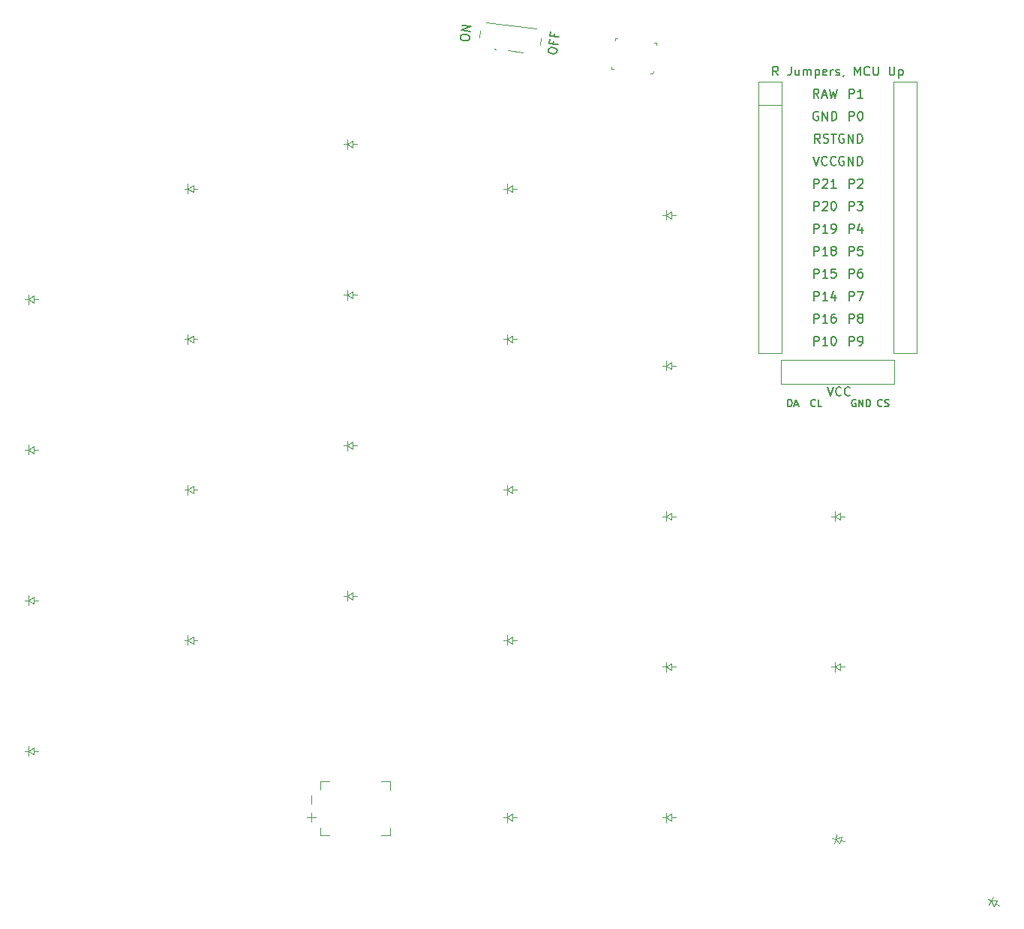
<source format=gbr>
%TF.GenerationSoftware,KiCad,Pcbnew,8.0.4*%
%TF.CreationDate,2024-09-01T12:28:14-05:00*%
%TF.ProjectId,sweeppp,73776565-7070-4702-9e6b-696361645f70,v1.0.0*%
%TF.SameCoordinates,Original*%
%TF.FileFunction,Legend,Top*%
%TF.FilePolarity,Positive*%
%FSLAX46Y46*%
G04 Gerber Fmt 4.6, Leading zero omitted, Abs format (unit mm)*
G04 Created by KiCad (PCBNEW 8.0.4) date 2024-09-01 12:28:14*
%MOMM*%
%LPD*%
G01*
G04 APERTURE LIST*
%ADD10C,0.150000*%
%ADD11C,0.100000*%
%ADD12C,0.120000*%
G04 APERTURE END LIST*
D10*
X186453447Y-28105393D02*
X186120114Y-27629202D01*
X185882019Y-28105393D02*
X185882019Y-27105393D01*
X185882019Y-27105393D02*
X186262971Y-27105393D01*
X186262971Y-27105393D02*
X186358209Y-27153012D01*
X186358209Y-27153012D02*
X186405828Y-27200631D01*
X186405828Y-27200631D02*
X186453447Y-27295869D01*
X186453447Y-27295869D02*
X186453447Y-27438726D01*
X186453447Y-27438726D02*
X186405828Y-27533964D01*
X186405828Y-27533964D02*
X186358209Y-27581583D01*
X186358209Y-27581583D02*
X186262971Y-27629202D01*
X186262971Y-27629202D02*
X185882019Y-27629202D01*
X186834400Y-27819678D02*
X187310590Y-27819678D01*
X186739162Y-28105393D02*
X187072495Y-27105393D01*
X187072495Y-27105393D02*
X187405828Y-28105393D01*
X187643924Y-27105393D02*
X187882019Y-28105393D01*
X187882019Y-28105393D02*
X188072495Y-27391107D01*
X188072495Y-27391107D02*
X188262971Y-28105393D01*
X188262971Y-28105393D02*
X188501067Y-27105393D01*
X189895830Y-28105393D02*
X189895830Y-27105393D01*
X189895830Y-27105393D02*
X190276782Y-27105393D01*
X190276782Y-27105393D02*
X190372020Y-27153012D01*
X190372020Y-27153012D02*
X190419639Y-27200631D01*
X190419639Y-27200631D02*
X190467258Y-27295869D01*
X190467258Y-27295869D02*
X190467258Y-27438726D01*
X190467258Y-27438726D02*
X190419639Y-27533964D01*
X190419639Y-27533964D02*
X190372020Y-27581583D01*
X190372020Y-27581583D02*
X190276782Y-27629202D01*
X190276782Y-27629202D02*
X189895830Y-27629202D01*
X191419639Y-28105393D02*
X190848211Y-28105393D01*
X191133925Y-28105393D02*
X191133925Y-27105393D01*
X191133925Y-27105393D02*
X191038687Y-27248250D01*
X191038687Y-27248250D02*
X190943449Y-27343488D01*
X190943449Y-27343488D02*
X190848211Y-27391107D01*
X186382020Y-29693012D02*
X186286782Y-29645393D01*
X186286782Y-29645393D02*
X186143925Y-29645393D01*
X186143925Y-29645393D02*
X186001068Y-29693012D01*
X186001068Y-29693012D02*
X185905830Y-29788250D01*
X185905830Y-29788250D02*
X185858211Y-29883488D01*
X185858211Y-29883488D02*
X185810592Y-30073964D01*
X185810592Y-30073964D02*
X185810592Y-30216821D01*
X185810592Y-30216821D02*
X185858211Y-30407297D01*
X185858211Y-30407297D02*
X185905830Y-30502535D01*
X185905830Y-30502535D02*
X186001068Y-30597774D01*
X186001068Y-30597774D02*
X186143925Y-30645393D01*
X186143925Y-30645393D02*
X186239163Y-30645393D01*
X186239163Y-30645393D02*
X186382020Y-30597774D01*
X186382020Y-30597774D02*
X186429639Y-30550154D01*
X186429639Y-30550154D02*
X186429639Y-30216821D01*
X186429639Y-30216821D02*
X186239163Y-30216821D01*
X186858211Y-30645393D02*
X186858211Y-29645393D01*
X186858211Y-29645393D02*
X187429639Y-30645393D01*
X187429639Y-30645393D02*
X187429639Y-29645393D01*
X187905830Y-30645393D02*
X187905830Y-29645393D01*
X187905830Y-29645393D02*
X188143925Y-29645393D01*
X188143925Y-29645393D02*
X188286782Y-29693012D01*
X188286782Y-29693012D02*
X188382020Y-29788250D01*
X188382020Y-29788250D02*
X188429639Y-29883488D01*
X188429639Y-29883488D02*
X188477258Y-30073964D01*
X188477258Y-30073964D02*
X188477258Y-30216821D01*
X188477258Y-30216821D02*
X188429639Y-30407297D01*
X188429639Y-30407297D02*
X188382020Y-30502535D01*
X188382020Y-30502535D02*
X188286782Y-30597774D01*
X188286782Y-30597774D02*
X188143925Y-30645393D01*
X188143925Y-30645393D02*
X187905830Y-30645393D01*
X189895829Y-30645394D02*
X189895829Y-29645394D01*
X189895829Y-29645394D02*
X190276781Y-29645394D01*
X190276781Y-29645394D02*
X190372019Y-29693013D01*
X190372019Y-29693013D02*
X190419638Y-29740632D01*
X190419638Y-29740632D02*
X190467257Y-29835870D01*
X190467257Y-29835870D02*
X190467257Y-29978727D01*
X190467257Y-29978727D02*
X190419638Y-30073965D01*
X190419638Y-30073965D02*
X190372019Y-30121584D01*
X190372019Y-30121584D02*
X190276781Y-30169203D01*
X190276781Y-30169203D02*
X189895829Y-30169203D01*
X191086305Y-29645394D02*
X191181543Y-29645394D01*
X191181543Y-29645394D02*
X191276781Y-29693013D01*
X191276781Y-29693013D02*
X191324400Y-29740632D01*
X191324400Y-29740632D02*
X191372019Y-29835870D01*
X191372019Y-29835870D02*
X191419638Y-30026346D01*
X191419638Y-30026346D02*
X191419638Y-30264441D01*
X191419638Y-30264441D02*
X191372019Y-30454917D01*
X191372019Y-30454917D02*
X191324400Y-30550155D01*
X191324400Y-30550155D02*
X191276781Y-30597775D01*
X191276781Y-30597775D02*
X191181543Y-30645394D01*
X191181543Y-30645394D02*
X191086305Y-30645394D01*
X191086305Y-30645394D02*
X190991067Y-30597775D01*
X190991067Y-30597775D02*
X190943448Y-30550155D01*
X190943448Y-30550155D02*
X190895829Y-30454917D01*
X190895829Y-30454917D02*
X190848210Y-30264441D01*
X190848210Y-30264441D02*
X190848210Y-30026346D01*
X190848210Y-30026346D02*
X190895829Y-29835870D01*
X190895829Y-29835870D02*
X190943448Y-29740632D01*
X190943448Y-29740632D02*
X190991067Y-29693013D01*
X190991067Y-29693013D02*
X191086305Y-29645394D01*
X186596305Y-33185393D02*
X186262972Y-32709202D01*
X186024877Y-33185393D02*
X186024877Y-32185393D01*
X186024877Y-32185393D02*
X186405829Y-32185393D01*
X186405829Y-32185393D02*
X186501067Y-32233012D01*
X186501067Y-32233012D02*
X186548686Y-32280631D01*
X186548686Y-32280631D02*
X186596305Y-32375869D01*
X186596305Y-32375869D02*
X186596305Y-32518726D01*
X186596305Y-32518726D02*
X186548686Y-32613964D01*
X186548686Y-32613964D02*
X186501067Y-32661583D01*
X186501067Y-32661583D02*
X186405829Y-32709202D01*
X186405829Y-32709202D02*
X186024877Y-32709202D01*
X186977258Y-33137774D02*
X187120115Y-33185393D01*
X187120115Y-33185393D02*
X187358210Y-33185393D01*
X187358210Y-33185393D02*
X187453448Y-33137774D01*
X187453448Y-33137774D02*
X187501067Y-33090154D01*
X187501067Y-33090154D02*
X187548686Y-32994916D01*
X187548686Y-32994916D02*
X187548686Y-32899678D01*
X187548686Y-32899678D02*
X187501067Y-32804440D01*
X187501067Y-32804440D02*
X187453448Y-32756821D01*
X187453448Y-32756821D02*
X187358210Y-32709202D01*
X187358210Y-32709202D02*
X187167734Y-32661583D01*
X187167734Y-32661583D02*
X187072496Y-32613964D01*
X187072496Y-32613964D02*
X187024877Y-32566345D01*
X187024877Y-32566345D02*
X186977258Y-32471107D01*
X186977258Y-32471107D02*
X186977258Y-32375869D01*
X186977258Y-32375869D02*
X187024877Y-32280631D01*
X187024877Y-32280631D02*
X187072496Y-32233012D01*
X187072496Y-32233012D02*
X187167734Y-32185393D01*
X187167734Y-32185393D02*
X187405829Y-32185393D01*
X187405829Y-32185393D02*
X187548686Y-32233012D01*
X187834401Y-32185393D02*
X188405829Y-32185393D01*
X188120115Y-33185393D02*
X188120115Y-32185393D01*
X189282020Y-32233012D02*
X189186782Y-32185393D01*
X189186782Y-32185393D02*
X189043925Y-32185393D01*
X189043925Y-32185393D02*
X188901068Y-32233012D01*
X188901068Y-32233012D02*
X188805830Y-32328250D01*
X188805830Y-32328250D02*
X188758211Y-32423488D01*
X188758211Y-32423488D02*
X188710592Y-32613964D01*
X188710592Y-32613964D02*
X188710592Y-32756821D01*
X188710592Y-32756821D02*
X188758211Y-32947297D01*
X188758211Y-32947297D02*
X188805830Y-33042535D01*
X188805830Y-33042535D02*
X188901068Y-33137774D01*
X188901068Y-33137774D02*
X189043925Y-33185393D01*
X189043925Y-33185393D02*
X189139163Y-33185393D01*
X189139163Y-33185393D02*
X189282020Y-33137774D01*
X189282020Y-33137774D02*
X189329639Y-33090154D01*
X189329639Y-33090154D02*
X189329639Y-32756821D01*
X189329639Y-32756821D02*
X189139163Y-32756821D01*
X189758211Y-33185393D02*
X189758211Y-32185393D01*
X189758211Y-32185393D02*
X190329639Y-33185393D01*
X190329639Y-33185393D02*
X190329639Y-32185393D01*
X190805830Y-33185393D02*
X190805830Y-32185393D01*
X190805830Y-32185393D02*
X191043925Y-32185393D01*
X191043925Y-32185393D02*
X191186782Y-32233012D01*
X191186782Y-32233012D02*
X191282020Y-32328250D01*
X191282020Y-32328250D02*
X191329639Y-32423488D01*
X191329639Y-32423488D02*
X191377258Y-32613964D01*
X191377258Y-32613964D02*
X191377258Y-32756821D01*
X191377258Y-32756821D02*
X191329639Y-32947297D01*
X191329639Y-32947297D02*
X191282020Y-33042535D01*
X191282020Y-33042535D02*
X191186782Y-33137774D01*
X191186782Y-33137774D02*
X191043925Y-33185393D01*
X191043925Y-33185393D02*
X190805830Y-33185393D01*
X185810593Y-34725391D02*
X186143926Y-35725391D01*
X186143926Y-35725391D02*
X186477259Y-34725391D01*
X187382021Y-35630152D02*
X187334402Y-35677772D01*
X187334402Y-35677772D02*
X187191545Y-35725391D01*
X187191545Y-35725391D02*
X187096307Y-35725391D01*
X187096307Y-35725391D02*
X186953450Y-35677772D01*
X186953450Y-35677772D02*
X186858212Y-35582533D01*
X186858212Y-35582533D02*
X186810593Y-35487295D01*
X186810593Y-35487295D02*
X186762974Y-35296819D01*
X186762974Y-35296819D02*
X186762974Y-35153962D01*
X186762974Y-35153962D02*
X186810593Y-34963486D01*
X186810593Y-34963486D02*
X186858212Y-34868248D01*
X186858212Y-34868248D02*
X186953450Y-34773010D01*
X186953450Y-34773010D02*
X187096307Y-34725391D01*
X187096307Y-34725391D02*
X187191545Y-34725391D01*
X187191545Y-34725391D02*
X187334402Y-34773010D01*
X187334402Y-34773010D02*
X187382021Y-34820629D01*
X188382021Y-35630152D02*
X188334402Y-35677772D01*
X188334402Y-35677772D02*
X188191545Y-35725391D01*
X188191545Y-35725391D02*
X188096307Y-35725391D01*
X188096307Y-35725391D02*
X187953450Y-35677772D01*
X187953450Y-35677772D02*
X187858212Y-35582533D01*
X187858212Y-35582533D02*
X187810593Y-35487295D01*
X187810593Y-35487295D02*
X187762974Y-35296819D01*
X187762974Y-35296819D02*
X187762974Y-35153962D01*
X187762974Y-35153962D02*
X187810593Y-34963486D01*
X187810593Y-34963486D02*
X187858212Y-34868248D01*
X187858212Y-34868248D02*
X187953450Y-34773010D01*
X187953450Y-34773010D02*
X188096307Y-34725391D01*
X188096307Y-34725391D02*
X188191545Y-34725391D01*
X188191545Y-34725391D02*
X188334402Y-34773010D01*
X188334402Y-34773010D02*
X188382021Y-34820629D01*
X189282020Y-34773012D02*
X189186782Y-34725393D01*
X189186782Y-34725393D02*
X189043925Y-34725393D01*
X189043925Y-34725393D02*
X188901068Y-34773012D01*
X188901068Y-34773012D02*
X188805830Y-34868250D01*
X188805830Y-34868250D02*
X188758211Y-34963488D01*
X188758211Y-34963488D02*
X188710592Y-35153964D01*
X188710592Y-35153964D02*
X188710592Y-35296821D01*
X188710592Y-35296821D02*
X188758211Y-35487297D01*
X188758211Y-35487297D02*
X188805830Y-35582535D01*
X188805830Y-35582535D02*
X188901068Y-35677774D01*
X188901068Y-35677774D02*
X189043925Y-35725393D01*
X189043925Y-35725393D02*
X189139163Y-35725393D01*
X189139163Y-35725393D02*
X189282020Y-35677774D01*
X189282020Y-35677774D02*
X189329639Y-35630154D01*
X189329639Y-35630154D02*
X189329639Y-35296821D01*
X189329639Y-35296821D02*
X189139163Y-35296821D01*
X189758211Y-35725393D02*
X189758211Y-34725393D01*
X189758211Y-34725393D02*
X190329639Y-35725393D01*
X190329639Y-35725393D02*
X190329639Y-34725393D01*
X190805830Y-35725393D02*
X190805830Y-34725393D01*
X190805830Y-34725393D02*
X191043925Y-34725393D01*
X191043925Y-34725393D02*
X191186782Y-34773012D01*
X191186782Y-34773012D02*
X191282020Y-34868250D01*
X191282020Y-34868250D02*
X191329639Y-34963488D01*
X191329639Y-34963488D02*
X191377258Y-35153964D01*
X191377258Y-35153964D02*
X191377258Y-35296821D01*
X191377258Y-35296821D02*
X191329639Y-35487297D01*
X191329639Y-35487297D02*
X191282020Y-35582535D01*
X191282020Y-35582535D02*
X191186782Y-35677774D01*
X191186782Y-35677774D02*
X191043925Y-35725393D01*
X191043925Y-35725393D02*
X190805830Y-35725393D01*
X185929639Y-38265393D02*
X185929639Y-37265393D01*
X185929639Y-37265393D02*
X186310591Y-37265393D01*
X186310591Y-37265393D02*
X186405829Y-37313012D01*
X186405829Y-37313012D02*
X186453448Y-37360631D01*
X186453448Y-37360631D02*
X186501067Y-37455869D01*
X186501067Y-37455869D02*
X186501067Y-37598726D01*
X186501067Y-37598726D02*
X186453448Y-37693964D01*
X186453448Y-37693964D02*
X186405829Y-37741583D01*
X186405829Y-37741583D02*
X186310591Y-37789202D01*
X186310591Y-37789202D02*
X185929639Y-37789202D01*
X186882020Y-37360631D02*
X186929639Y-37313012D01*
X186929639Y-37313012D02*
X187024877Y-37265393D01*
X187024877Y-37265393D02*
X187262972Y-37265393D01*
X187262972Y-37265393D02*
X187358210Y-37313012D01*
X187358210Y-37313012D02*
X187405829Y-37360631D01*
X187405829Y-37360631D02*
X187453448Y-37455869D01*
X187453448Y-37455869D02*
X187453448Y-37551107D01*
X187453448Y-37551107D02*
X187405829Y-37693964D01*
X187405829Y-37693964D02*
X186834401Y-38265393D01*
X186834401Y-38265393D02*
X187453448Y-38265393D01*
X188405829Y-38265393D02*
X187834401Y-38265393D01*
X188120115Y-38265393D02*
X188120115Y-37265393D01*
X188120115Y-37265393D02*
X188024877Y-37408250D01*
X188024877Y-37408250D02*
X187929639Y-37503488D01*
X187929639Y-37503488D02*
X187834401Y-37551107D01*
X189895830Y-38265393D02*
X189895830Y-37265393D01*
X189895830Y-37265393D02*
X190276782Y-37265393D01*
X190276782Y-37265393D02*
X190372020Y-37313012D01*
X190372020Y-37313012D02*
X190419639Y-37360631D01*
X190419639Y-37360631D02*
X190467258Y-37455869D01*
X190467258Y-37455869D02*
X190467258Y-37598726D01*
X190467258Y-37598726D02*
X190419639Y-37693964D01*
X190419639Y-37693964D02*
X190372020Y-37741583D01*
X190372020Y-37741583D02*
X190276782Y-37789202D01*
X190276782Y-37789202D02*
X189895830Y-37789202D01*
X190848211Y-37360631D02*
X190895830Y-37313012D01*
X190895830Y-37313012D02*
X190991068Y-37265393D01*
X190991068Y-37265393D02*
X191229163Y-37265393D01*
X191229163Y-37265393D02*
X191324401Y-37313012D01*
X191324401Y-37313012D02*
X191372020Y-37360631D01*
X191372020Y-37360631D02*
X191419639Y-37455869D01*
X191419639Y-37455869D02*
X191419639Y-37551107D01*
X191419639Y-37551107D02*
X191372020Y-37693964D01*
X191372020Y-37693964D02*
X190800592Y-38265393D01*
X190800592Y-38265393D02*
X191419639Y-38265393D01*
X185929639Y-40805393D02*
X185929639Y-39805393D01*
X185929639Y-39805393D02*
X186310591Y-39805393D01*
X186310591Y-39805393D02*
X186405829Y-39853012D01*
X186405829Y-39853012D02*
X186453448Y-39900631D01*
X186453448Y-39900631D02*
X186501067Y-39995869D01*
X186501067Y-39995869D02*
X186501067Y-40138726D01*
X186501067Y-40138726D02*
X186453448Y-40233964D01*
X186453448Y-40233964D02*
X186405829Y-40281583D01*
X186405829Y-40281583D02*
X186310591Y-40329202D01*
X186310591Y-40329202D02*
X185929639Y-40329202D01*
X186882020Y-39900631D02*
X186929639Y-39853012D01*
X186929639Y-39853012D02*
X187024877Y-39805393D01*
X187024877Y-39805393D02*
X187262972Y-39805393D01*
X187262972Y-39805393D02*
X187358210Y-39853012D01*
X187358210Y-39853012D02*
X187405829Y-39900631D01*
X187405829Y-39900631D02*
X187453448Y-39995869D01*
X187453448Y-39995869D02*
X187453448Y-40091107D01*
X187453448Y-40091107D02*
X187405829Y-40233964D01*
X187405829Y-40233964D02*
X186834401Y-40805393D01*
X186834401Y-40805393D02*
X187453448Y-40805393D01*
X188072496Y-39805393D02*
X188167734Y-39805393D01*
X188167734Y-39805393D02*
X188262972Y-39853012D01*
X188262972Y-39853012D02*
X188310591Y-39900631D01*
X188310591Y-39900631D02*
X188358210Y-39995869D01*
X188358210Y-39995869D02*
X188405829Y-40186345D01*
X188405829Y-40186345D02*
X188405829Y-40424440D01*
X188405829Y-40424440D02*
X188358210Y-40614916D01*
X188358210Y-40614916D02*
X188310591Y-40710154D01*
X188310591Y-40710154D02*
X188262972Y-40757774D01*
X188262972Y-40757774D02*
X188167734Y-40805393D01*
X188167734Y-40805393D02*
X188072496Y-40805393D01*
X188072496Y-40805393D02*
X187977258Y-40757774D01*
X187977258Y-40757774D02*
X187929639Y-40710154D01*
X187929639Y-40710154D02*
X187882020Y-40614916D01*
X187882020Y-40614916D02*
X187834401Y-40424440D01*
X187834401Y-40424440D02*
X187834401Y-40186345D01*
X187834401Y-40186345D02*
X187882020Y-39995869D01*
X187882020Y-39995869D02*
X187929639Y-39900631D01*
X187929639Y-39900631D02*
X187977258Y-39853012D01*
X187977258Y-39853012D02*
X188072496Y-39805393D01*
X189895830Y-40805393D02*
X189895830Y-39805393D01*
X189895830Y-39805393D02*
X190276782Y-39805393D01*
X190276782Y-39805393D02*
X190372020Y-39853012D01*
X190372020Y-39853012D02*
X190419639Y-39900631D01*
X190419639Y-39900631D02*
X190467258Y-39995869D01*
X190467258Y-39995869D02*
X190467258Y-40138726D01*
X190467258Y-40138726D02*
X190419639Y-40233964D01*
X190419639Y-40233964D02*
X190372020Y-40281583D01*
X190372020Y-40281583D02*
X190276782Y-40329202D01*
X190276782Y-40329202D02*
X189895830Y-40329202D01*
X190800592Y-39805393D02*
X191419639Y-39805393D01*
X191419639Y-39805393D02*
X191086306Y-40186345D01*
X191086306Y-40186345D02*
X191229163Y-40186345D01*
X191229163Y-40186345D02*
X191324401Y-40233964D01*
X191324401Y-40233964D02*
X191372020Y-40281583D01*
X191372020Y-40281583D02*
X191419639Y-40376821D01*
X191419639Y-40376821D02*
X191419639Y-40614916D01*
X191419639Y-40614916D02*
X191372020Y-40710154D01*
X191372020Y-40710154D02*
X191324401Y-40757774D01*
X191324401Y-40757774D02*
X191229163Y-40805393D01*
X191229163Y-40805393D02*
X190943449Y-40805393D01*
X190943449Y-40805393D02*
X190848211Y-40757774D01*
X190848211Y-40757774D02*
X190800592Y-40710154D01*
X185929639Y-43345393D02*
X185929639Y-42345393D01*
X185929639Y-42345393D02*
X186310591Y-42345393D01*
X186310591Y-42345393D02*
X186405829Y-42393012D01*
X186405829Y-42393012D02*
X186453448Y-42440631D01*
X186453448Y-42440631D02*
X186501067Y-42535869D01*
X186501067Y-42535869D02*
X186501067Y-42678726D01*
X186501067Y-42678726D02*
X186453448Y-42773964D01*
X186453448Y-42773964D02*
X186405829Y-42821583D01*
X186405829Y-42821583D02*
X186310591Y-42869202D01*
X186310591Y-42869202D02*
X185929639Y-42869202D01*
X187453448Y-43345393D02*
X186882020Y-43345393D01*
X187167734Y-43345393D02*
X187167734Y-42345393D01*
X187167734Y-42345393D02*
X187072496Y-42488250D01*
X187072496Y-42488250D02*
X186977258Y-42583488D01*
X186977258Y-42583488D02*
X186882020Y-42631107D01*
X187929639Y-43345393D02*
X188120115Y-43345393D01*
X188120115Y-43345393D02*
X188215353Y-43297774D01*
X188215353Y-43297774D02*
X188262972Y-43250154D01*
X188262972Y-43250154D02*
X188358210Y-43107297D01*
X188358210Y-43107297D02*
X188405829Y-42916821D01*
X188405829Y-42916821D02*
X188405829Y-42535869D01*
X188405829Y-42535869D02*
X188358210Y-42440631D01*
X188358210Y-42440631D02*
X188310591Y-42393012D01*
X188310591Y-42393012D02*
X188215353Y-42345393D01*
X188215353Y-42345393D02*
X188024877Y-42345393D01*
X188024877Y-42345393D02*
X187929639Y-42393012D01*
X187929639Y-42393012D02*
X187882020Y-42440631D01*
X187882020Y-42440631D02*
X187834401Y-42535869D01*
X187834401Y-42535869D02*
X187834401Y-42773964D01*
X187834401Y-42773964D02*
X187882020Y-42869202D01*
X187882020Y-42869202D02*
X187929639Y-42916821D01*
X187929639Y-42916821D02*
X188024877Y-42964440D01*
X188024877Y-42964440D02*
X188215353Y-42964440D01*
X188215353Y-42964440D02*
X188310591Y-42916821D01*
X188310591Y-42916821D02*
X188358210Y-42869202D01*
X188358210Y-42869202D02*
X188405829Y-42773964D01*
X189895830Y-43345393D02*
X189895830Y-42345393D01*
X189895830Y-42345393D02*
X190276782Y-42345393D01*
X190276782Y-42345393D02*
X190372020Y-42393012D01*
X190372020Y-42393012D02*
X190419639Y-42440631D01*
X190419639Y-42440631D02*
X190467258Y-42535869D01*
X190467258Y-42535869D02*
X190467258Y-42678726D01*
X190467258Y-42678726D02*
X190419639Y-42773964D01*
X190419639Y-42773964D02*
X190372020Y-42821583D01*
X190372020Y-42821583D02*
X190276782Y-42869202D01*
X190276782Y-42869202D02*
X189895830Y-42869202D01*
X191324401Y-42678726D02*
X191324401Y-43345393D01*
X191086306Y-42297774D02*
X190848211Y-43012059D01*
X190848211Y-43012059D02*
X191467258Y-43012059D01*
X185929639Y-45885393D02*
X185929639Y-44885393D01*
X185929639Y-44885393D02*
X186310591Y-44885393D01*
X186310591Y-44885393D02*
X186405829Y-44933012D01*
X186405829Y-44933012D02*
X186453448Y-44980631D01*
X186453448Y-44980631D02*
X186501067Y-45075869D01*
X186501067Y-45075869D02*
X186501067Y-45218726D01*
X186501067Y-45218726D02*
X186453448Y-45313964D01*
X186453448Y-45313964D02*
X186405829Y-45361583D01*
X186405829Y-45361583D02*
X186310591Y-45409202D01*
X186310591Y-45409202D02*
X185929639Y-45409202D01*
X187453448Y-45885393D02*
X186882020Y-45885393D01*
X187167734Y-45885393D02*
X187167734Y-44885393D01*
X187167734Y-44885393D02*
X187072496Y-45028250D01*
X187072496Y-45028250D02*
X186977258Y-45123488D01*
X186977258Y-45123488D02*
X186882020Y-45171107D01*
X188024877Y-45313964D02*
X187929639Y-45266345D01*
X187929639Y-45266345D02*
X187882020Y-45218726D01*
X187882020Y-45218726D02*
X187834401Y-45123488D01*
X187834401Y-45123488D02*
X187834401Y-45075869D01*
X187834401Y-45075869D02*
X187882020Y-44980631D01*
X187882020Y-44980631D02*
X187929639Y-44933012D01*
X187929639Y-44933012D02*
X188024877Y-44885393D01*
X188024877Y-44885393D02*
X188215353Y-44885393D01*
X188215353Y-44885393D02*
X188310591Y-44933012D01*
X188310591Y-44933012D02*
X188358210Y-44980631D01*
X188358210Y-44980631D02*
X188405829Y-45075869D01*
X188405829Y-45075869D02*
X188405829Y-45123488D01*
X188405829Y-45123488D02*
X188358210Y-45218726D01*
X188358210Y-45218726D02*
X188310591Y-45266345D01*
X188310591Y-45266345D02*
X188215353Y-45313964D01*
X188215353Y-45313964D02*
X188024877Y-45313964D01*
X188024877Y-45313964D02*
X187929639Y-45361583D01*
X187929639Y-45361583D02*
X187882020Y-45409202D01*
X187882020Y-45409202D02*
X187834401Y-45504440D01*
X187834401Y-45504440D02*
X187834401Y-45694916D01*
X187834401Y-45694916D02*
X187882020Y-45790154D01*
X187882020Y-45790154D02*
X187929639Y-45837774D01*
X187929639Y-45837774D02*
X188024877Y-45885393D01*
X188024877Y-45885393D02*
X188215353Y-45885393D01*
X188215353Y-45885393D02*
X188310591Y-45837774D01*
X188310591Y-45837774D02*
X188358210Y-45790154D01*
X188358210Y-45790154D02*
X188405829Y-45694916D01*
X188405829Y-45694916D02*
X188405829Y-45504440D01*
X188405829Y-45504440D02*
X188358210Y-45409202D01*
X188358210Y-45409202D02*
X188310591Y-45361583D01*
X188310591Y-45361583D02*
X188215353Y-45313964D01*
X189895828Y-45885393D02*
X189895828Y-44885393D01*
X189895828Y-44885393D02*
X190276780Y-44885393D01*
X190276780Y-44885393D02*
X190372018Y-44933012D01*
X190372018Y-44933012D02*
X190419637Y-44980631D01*
X190419637Y-44980631D02*
X190467256Y-45075869D01*
X190467256Y-45075869D02*
X190467256Y-45218726D01*
X190467256Y-45218726D02*
X190419637Y-45313964D01*
X190419637Y-45313964D02*
X190372018Y-45361583D01*
X190372018Y-45361583D02*
X190276780Y-45409202D01*
X190276780Y-45409202D02*
X189895828Y-45409202D01*
X191372018Y-44885393D02*
X190895828Y-44885393D01*
X190895828Y-44885393D02*
X190848209Y-45361583D01*
X190848209Y-45361583D02*
X190895828Y-45313964D01*
X190895828Y-45313964D02*
X190991066Y-45266345D01*
X190991066Y-45266345D02*
X191229161Y-45266345D01*
X191229161Y-45266345D02*
X191324399Y-45313964D01*
X191324399Y-45313964D02*
X191372018Y-45361583D01*
X191372018Y-45361583D02*
X191419637Y-45456821D01*
X191419637Y-45456821D02*
X191419637Y-45694916D01*
X191419637Y-45694916D02*
X191372018Y-45790154D01*
X191372018Y-45790154D02*
X191324399Y-45837774D01*
X191324399Y-45837774D02*
X191229161Y-45885393D01*
X191229161Y-45885393D02*
X190991066Y-45885393D01*
X190991066Y-45885393D02*
X190895828Y-45837774D01*
X190895828Y-45837774D02*
X190848209Y-45790154D01*
X185929639Y-48425393D02*
X185929639Y-47425393D01*
X185929639Y-47425393D02*
X186310591Y-47425393D01*
X186310591Y-47425393D02*
X186405829Y-47473012D01*
X186405829Y-47473012D02*
X186453448Y-47520631D01*
X186453448Y-47520631D02*
X186501067Y-47615869D01*
X186501067Y-47615869D02*
X186501067Y-47758726D01*
X186501067Y-47758726D02*
X186453448Y-47853964D01*
X186453448Y-47853964D02*
X186405829Y-47901583D01*
X186405829Y-47901583D02*
X186310591Y-47949202D01*
X186310591Y-47949202D02*
X185929639Y-47949202D01*
X187453448Y-48425393D02*
X186882020Y-48425393D01*
X187167734Y-48425393D02*
X187167734Y-47425393D01*
X187167734Y-47425393D02*
X187072496Y-47568250D01*
X187072496Y-47568250D02*
X186977258Y-47663488D01*
X186977258Y-47663488D02*
X186882020Y-47711107D01*
X188358210Y-47425393D02*
X187882020Y-47425393D01*
X187882020Y-47425393D02*
X187834401Y-47901583D01*
X187834401Y-47901583D02*
X187882020Y-47853964D01*
X187882020Y-47853964D02*
X187977258Y-47806345D01*
X187977258Y-47806345D02*
X188215353Y-47806345D01*
X188215353Y-47806345D02*
X188310591Y-47853964D01*
X188310591Y-47853964D02*
X188358210Y-47901583D01*
X188358210Y-47901583D02*
X188405829Y-47996821D01*
X188405829Y-47996821D02*
X188405829Y-48234916D01*
X188405829Y-48234916D02*
X188358210Y-48330154D01*
X188358210Y-48330154D02*
X188310591Y-48377774D01*
X188310591Y-48377774D02*
X188215353Y-48425393D01*
X188215353Y-48425393D02*
X187977258Y-48425393D01*
X187977258Y-48425393D02*
X187882020Y-48377774D01*
X187882020Y-48377774D02*
X187834401Y-48330154D01*
X189895831Y-48425393D02*
X189895831Y-47425393D01*
X189895831Y-47425393D02*
X190276783Y-47425393D01*
X190276783Y-47425393D02*
X190372021Y-47473012D01*
X190372021Y-47473012D02*
X190419640Y-47520631D01*
X190419640Y-47520631D02*
X190467259Y-47615869D01*
X190467259Y-47615869D02*
X190467259Y-47758726D01*
X190467259Y-47758726D02*
X190419640Y-47853964D01*
X190419640Y-47853964D02*
X190372021Y-47901583D01*
X190372021Y-47901583D02*
X190276783Y-47949202D01*
X190276783Y-47949202D02*
X189895831Y-47949202D01*
X191324402Y-47425393D02*
X191133926Y-47425393D01*
X191133926Y-47425393D02*
X191038688Y-47473012D01*
X191038688Y-47473012D02*
X190991069Y-47520631D01*
X190991069Y-47520631D02*
X190895831Y-47663488D01*
X190895831Y-47663488D02*
X190848212Y-47853964D01*
X190848212Y-47853964D02*
X190848212Y-48234916D01*
X190848212Y-48234916D02*
X190895831Y-48330154D01*
X190895831Y-48330154D02*
X190943450Y-48377774D01*
X190943450Y-48377774D02*
X191038688Y-48425393D01*
X191038688Y-48425393D02*
X191229164Y-48425393D01*
X191229164Y-48425393D02*
X191324402Y-48377774D01*
X191324402Y-48377774D02*
X191372021Y-48330154D01*
X191372021Y-48330154D02*
X191419640Y-48234916D01*
X191419640Y-48234916D02*
X191419640Y-47996821D01*
X191419640Y-47996821D02*
X191372021Y-47901583D01*
X191372021Y-47901583D02*
X191324402Y-47853964D01*
X191324402Y-47853964D02*
X191229164Y-47806345D01*
X191229164Y-47806345D02*
X191038688Y-47806345D01*
X191038688Y-47806345D02*
X190943450Y-47853964D01*
X190943450Y-47853964D02*
X190895831Y-47901583D01*
X190895831Y-47901583D02*
X190848212Y-47996821D01*
X185929639Y-50965393D02*
X185929639Y-49965393D01*
X185929639Y-49965393D02*
X186310591Y-49965393D01*
X186310591Y-49965393D02*
X186405829Y-50013012D01*
X186405829Y-50013012D02*
X186453448Y-50060631D01*
X186453448Y-50060631D02*
X186501067Y-50155869D01*
X186501067Y-50155869D02*
X186501067Y-50298726D01*
X186501067Y-50298726D02*
X186453448Y-50393964D01*
X186453448Y-50393964D02*
X186405829Y-50441583D01*
X186405829Y-50441583D02*
X186310591Y-50489202D01*
X186310591Y-50489202D02*
X185929639Y-50489202D01*
X187453448Y-50965393D02*
X186882020Y-50965393D01*
X187167734Y-50965393D02*
X187167734Y-49965393D01*
X187167734Y-49965393D02*
X187072496Y-50108250D01*
X187072496Y-50108250D02*
X186977258Y-50203488D01*
X186977258Y-50203488D02*
X186882020Y-50251107D01*
X188310591Y-50298726D02*
X188310591Y-50965393D01*
X188072496Y-49917774D02*
X187834401Y-50632059D01*
X187834401Y-50632059D02*
X188453448Y-50632059D01*
X189895830Y-50965393D02*
X189895830Y-49965393D01*
X189895830Y-49965393D02*
X190276782Y-49965393D01*
X190276782Y-49965393D02*
X190372020Y-50013012D01*
X190372020Y-50013012D02*
X190419639Y-50060631D01*
X190419639Y-50060631D02*
X190467258Y-50155869D01*
X190467258Y-50155869D02*
X190467258Y-50298726D01*
X190467258Y-50298726D02*
X190419639Y-50393964D01*
X190419639Y-50393964D02*
X190372020Y-50441583D01*
X190372020Y-50441583D02*
X190276782Y-50489202D01*
X190276782Y-50489202D02*
X189895830Y-50489202D01*
X190800592Y-49965393D02*
X191467258Y-49965393D01*
X191467258Y-49965393D02*
X191038687Y-50965393D01*
X185929638Y-53505393D02*
X185929638Y-52505393D01*
X185929638Y-52505393D02*
X186310590Y-52505393D01*
X186310590Y-52505393D02*
X186405828Y-52553012D01*
X186405828Y-52553012D02*
X186453447Y-52600631D01*
X186453447Y-52600631D02*
X186501066Y-52695869D01*
X186501066Y-52695869D02*
X186501066Y-52838726D01*
X186501066Y-52838726D02*
X186453447Y-52933964D01*
X186453447Y-52933964D02*
X186405828Y-52981583D01*
X186405828Y-52981583D02*
X186310590Y-53029202D01*
X186310590Y-53029202D02*
X185929638Y-53029202D01*
X187453447Y-53505393D02*
X186882019Y-53505393D01*
X187167733Y-53505393D02*
X187167733Y-52505393D01*
X187167733Y-52505393D02*
X187072495Y-52648250D01*
X187072495Y-52648250D02*
X186977257Y-52743488D01*
X186977257Y-52743488D02*
X186882019Y-52791107D01*
X188310590Y-52505393D02*
X188120114Y-52505393D01*
X188120114Y-52505393D02*
X188024876Y-52553012D01*
X188024876Y-52553012D02*
X187977257Y-52600631D01*
X187977257Y-52600631D02*
X187882019Y-52743488D01*
X187882019Y-52743488D02*
X187834400Y-52933964D01*
X187834400Y-52933964D02*
X187834400Y-53314916D01*
X187834400Y-53314916D02*
X187882019Y-53410154D01*
X187882019Y-53410154D02*
X187929638Y-53457774D01*
X187929638Y-53457774D02*
X188024876Y-53505393D01*
X188024876Y-53505393D02*
X188215352Y-53505393D01*
X188215352Y-53505393D02*
X188310590Y-53457774D01*
X188310590Y-53457774D02*
X188358209Y-53410154D01*
X188358209Y-53410154D02*
X188405828Y-53314916D01*
X188405828Y-53314916D02*
X188405828Y-53076821D01*
X188405828Y-53076821D02*
X188358209Y-52981583D01*
X188358209Y-52981583D02*
X188310590Y-52933964D01*
X188310590Y-52933964D02*
X188215352Y-52886345D01*
X188215352Y-52886345D02*
X188024876Y-52886345D01*
X188024876Y-52886345D02*
X187929638Y-52933964D01*
X187929638Y-52933964D02*
X187882019Y-52981583D01*
X187882019Y-52981583D02*
X187834400Y-53076821D01*
X189895830Y-53505393D02*
X189895830Y-52505393D01*
X189895830Y-52505393D02*
X190276782Y-52505393D01*
X190276782Y-52505393D02*
X190372020Y-52553012D01*
X190372020Y-52553012D02*
X190419639Y-52600631D01*
X190419639Y-52600631D02*
X190467258Y-52695869D01*
X190467258Y-52695869D02*
X190467258Y-52838726D01*
X190467258Y-52838726D02*
X190419639Y-52933964D01*
X190419639Y-52933964D02*
X190372020Y-52981583D01*
X190372020Y-52981583D02*
X190276782Y-53029202D01*
X190276782Y-53029202D02*
X189895830Y-53029202D01*
X191038687Y-52933964D02*
X190943449Y-52886345D01*
X190943449Y-52886345D02*
X190895830Y-52838726D01*
X190895830Y-52838726D02*
X190848211Y-52743488D01*
X190848211Y-52743488D02*
X190848211Y-52695869D01*
X190848211Y-52695869D02*
X190895830Y-52600631D01*
X190895830Y-52600631D02*
X190943449Y-52553012D01*
X190943449Y-52553012D02*
X191038687Y-52505393D01*
X191038687Y-52505393D02*
X191229163Y-52505393D01*
X191229163Y-52505393D02*
X191324401Y-52553012D01*
X191324401Y-52553012D02*
X191372020Y-52600631D01*
X191372020Y-52600631D02*
X191419639Y-52695869D01*
X191419639Y-52695869D02*
X191419639Y-52743488D01*
X191419639Y-52743488D02*
X191372020Y-52838726D01*
X191372020Y-52838726D02*
X191324401Y-52886345D01*
X191324401Y-52886345D02*
X191229163Y-52933964D01*
X191229163Y-52933964D02*
X191038687Y-52933964D01*
X191038687Y-52933964D02*
X190943449Y-52981583D01*
X190943449Y-52981583D02*
X190895830Y-53029202D01*
X190895830Y-53029202D02*
X190848211Y-53124440D01*
X190848211Y-53124440D02*
X190848211Y-53314916D01*
X190848211Y-53314916D02*
X190895830Y-53410154D01*
X190895830Y-53410154D02*
X190943449Y-53457774D01*
X190943449Y-53457774D02*
X191038687Y-53505393D01*
X191038687Y-53505393D02*
X191229163Y-53505393D01*
X191229163Y-53505393D02*
X191324401Y-53457774D01*
X191324401Y-53457774D02*
X191372020Y-53410154D01*
X191372020Y-53410154D02*
X191419639Y-53314916D01*
X191419639Y-53314916D02*
X191419639Y-53124440D01*
X191419639Y-53124440D02*
X191372020Y-53029202D01*
X191372020Y-53029202D02*
X191324401Y-52981583D01*
X191324401Y-52981583D02*
X191229163Y-52933964D01*
X185929639Y-56045393D02*
X185929639Y-55045393D01*
X185929639Y-55045393D02*
X186310591Y-55045393D01*
X186310591Y-55045393D02*
X186405829Y-55093012D01*
X186405829Y-55093012D02*
X186453448Y-55140631D01*
X186453448Y-55140631D02*
X186501067Y-55235869D01*
X186501067Y-55235869D02*
X186501067Y-55378726D01*
X186501067Y-55378726D02*
X186453448Y-55473964D01*
X186453448Y-55473964D02*
X186405829Y-55521583D01*
X186405829Y-55521583D02*
X186310591Y-55569202D01*
X186310591Y-55569202D02*
X185929639Y-55569202D01*
X187453448Y-56045393D02*
X186882020Y-56045393D01*
X187167734Y-56045393D02*
X187167734Y-55045393D01*
X187167734Y-55045393D02*
X187072496Y-55188250D01*
X187072496Y-55188250D02*
X186977258Y-55283488D01*
X186977258Y-55283488D02*
X186882020Y-55331107D01*
X188072496Y-55045393D02*
X188167734Y-55045393D01*
X188167734Y-55045393D02*
X188262972Y-55093012D01*
X188262972Y-55093012D02*
X188310591Y-55140631D01*
X188310591Y-55140631D02*
X188358210Y-55235869D01*
X188358210Y-55235869D02*
X188405829Y-55426345D01*
X188405829Y-55426345D02*
X188405829Y-55664440D01*
X188405829Y-55664440D02*
X188358210Y-55854916D01*
X188358210Y-55854916D02*
X188310591Y-55950154D01*
X188310591Y-55950154D02*
X188262972Y-55997774D01*
X188262972Y-55997774D02*
X188167734Y-56045393D01*
X188167734Y-56045393D02*
X188072496Y-56045393D01*
X188072496Y-56045393D02*
X187977258Y-55997774D01*
X187977258Y-55997774D02*
X187929639Y-55950154D01*
X187929639Y-55950154D02*
X187882020Y-55854916D01*
X187882020Y-55854916D02*
X187834401Y-55664440D01*
X187834401Y-55664440D02*
X187834401Y-55426345D01*
X187834401Y-55426345D02*
X187882020Y-55235869D01*
X187882020Y-55235869D02*
X187929639Y-55140631D01*
X187929639Y-55140631D02*
X187977258Y-55093012D01*
X187977258Y-55093012D02*
X188072496Y-55045393D01*
X189895829Y-56045393D02*
X189895829Y-55045393D01*
X189895829Y-55045393D02*
X190276781Y-55045393D01*
X190276781Y-55045393D02*
X190372019Y-55093012D01*
X190372019Y-55093012D02*
X190419638Y-55140631D01*
X190419638Y-55140631D02*
X190467257Y-55235869D01*
X190467257Y-55235869D02*
X190467257Y-55378726D01*
X190467257Y-55378726D02*
X190419638Y-55473964D01*
X190419638Y-55473964D02*
X190372019Y-55521583D01*
X190372019Y-55521583D02*
X190276781Y-55569202D01*
X190276781Y-55569202D02*
X189895829Y-55569202D01*
X190943448Y-56045393D02*
X191133924Y-56045393D01*
X191133924Y-56045393D02*
X191229162Y-55997774D01*
X191229162Y-55997774D02*
X191276781Y-55950154D01*
X191276781Y-55950154D02*
X191372019Y-55807297D01*
X191372019Y-55807297D02*
X191419638Y-55616821D01*
X191419638Y-55616821D02*
X191419638Y-55235869D01*
X191419638Y-55235869D02*
X191372019Y-55140631D01*
X191372019Y-55140631D02*
X191324400Y-55093012D01*
X191324400Y-55093012D02*
X191229162Y-55045393D01*
X191229162Y-55045393D02*
X191038686Y-55045393D01*
X191038686Y-55045393D02*
X190943448Y-55093012D01*
X190943448Y-55093012D02*
X190895829Y-55140631D01*
X190895829Y-55140631D02*
X190848210Y-55235869D01*
X190848210Y-55235869D02*
X190848210Y-55473964D01*
X190848210Y-55473964D02*
X190895829Y-55569202D01*
X190895829Y-55569202D02*
X190943448Y-55616821D01*
X190943448Y-55616821D02*
X191038686Y-55664440D01*
X191038686Y-55664440D02*
X191229162Y-55664440D01*
X191229162Y-55664440D02*
X191324400Y-55616821D01*
X191324400Y-55616821D02*
X191372019Y-55569202D01*
X191372019Y-55569202D02*
X191419638Y-55473964D01*
X181855829Y-25560393D02*
X181522496Y-25084202D01*
X181284401Y-25560393D02*
X181284401Y-24560393D01*
X181284401Y-24560393D02*
X181665353Y-24560393D01*
X181665353Y-24560393D02*
X181760591Y-24608012D01*
X181760591Y-24608012D02*
X181808210Y-24655631D01*
X181808210Y-24655631D02*
X181855829Y-24750869D01*
X181855829Y-24750869D02*
X181855829Y-24893726D01*
X181855829Y-24893726D02*
X181808210Y-24988964D01*
X181808210Y-24988964D02*
X181760591Y-25036583D01*
X181760591Y-25036583D02*
X181665353Y-25084202D01*
X181665353Y-25084202D02*
X181284401Y-25084202D01*
X183332020Y-24560393D02*
X183332020Y-25274678D01*
X183332020Y-25274678D02*
X183284401Y-25417535D01*
X183284401Y-25417535D02*
X183189163Y-25512774D01*
X183189163Y-25512774D02*
X183046306Y-25560393D01*
X183046306Y-25560393D02*
X182951068Y-25560393D01*
X184236782Y-24893726D02*
X184236782Y-25560393D01*
X183808211Y-24893726D02*
X183808211Y-25417535D01*
X183808211Y-25417535D02*
X183855830Y-25512774D01*
X183855830Y-25512774D02*
X183951068Y-25560393D01*
X183951068Y-25560393D02*
X184093925Y-25560393D01*
X184093925Y-25560393D02*
X184189163Y-25512774D01*
X184189163Y-25512774D02*
X184236782Y-25465154D01*
X184712973Y-25560393D02*
X184712973Y-24893726D01*
X184712973Y-24988964D02*
X184760592Y-24941345D01*
X184760592Y-24941345D02*
X184855830Y-24893726D01*
X184855830Y-24893726D02*
X184998687Y-24893726D01*
X184998687Y-24893726D02*
X185093925Y-24941345D01*
X185093925Y-24941345D02*
X185141544Y-25036583D01*
X185141544Y-25036583D02*
X185141544Y-25560393D01*
X185141544Y-25036583D02*
X185189163Y-24941345D01*
X185189163Y-24941345D02*
X185284401Y-24893726D01*
X185284401Y-24893726D02*
X185427258Y-24893726D01*
X185427258Y-24893726D02*
X185522497Y-24941345D01*
X185522497Y-24941345D02*
X185570116Y-25036583D01*
X185570116Y-25036583D02*
X185570116Y-25560393D01*
X186046306Y-24893726D02*
X186046306Y-25893726D01*
X186046306Y-24941345D02*
X186141544Y-24893726D01*
X186141544Y-24893726D02*
X186332020Y-24893726D01*
X186332020Y-24893726D02*
X186427258Y-24941345D01*
X186427258Y-24941345D02*
X186474877Y-24988964D01*
X186474877Y-24988964D02*
X186522496Y-25084202D01*
X186522496Y-25084202D02*
X186522496Y-25369916D01*
X186522496Y-25369916D02*
X186474877Y-25465154D01*
X186474877Y-25465154D02*
X186427258Y-25512774D01*
X186427258Y-25512774D02*
X186332020Y-25560393D01*
X186332020Y-25560393D02*
X186141544Y-25560393D01*
X186141544Y-25560393D02*
X186046306Y-25512774D01*
X187332020Y-25512774D02*
X187236782Y-25560393D01*
X187236782Y-25560393D02*
X187046306Y-25560393D01*
X187046306Y-25560393D02*
X186951068Y-25512774D01*
X186951068Y-25512774D02*
X186903449Y-25417535D01*
X186903449Y-25417535D02*
X186903449Y-25036583D01*
X186903449Y-25036583D02*
X186951068Y-24941345D01*
X186951068Y-24941345D02*
X187046306Y-24893726D01*
X187046306Y-24893726D02*
X187236782Y-24893726D01*
X187236782Y-24893726D02*
X187332020Y-24941345D01*
X187332020Y-24941345D02*
X187379639Y-25036583D01*
X187379639Y-25036583D02*
X187379639Y-25131821D01*
X187379639Y-25131821D02*
X186903449Y-25227059D01*
X187808211Y-25560393D02*
X187808211Y-24893726D01*
X187808211Y-25084202D02*
X187855830Y-24988964D01*
X187855830Y-24988964D02*
X187903449Y-24941345D01*
X187903449Y-24941345D02*
X187998687Y-24893726D01*
X187998687Y-24893726D02*
X188093925Y-24893726D01*
X188379640Y-25512774D02*
X188474878Y-25560393D01*
X188474878Y-25560393D02*
X188665354Y-25560393D01*
X188665354Y-25560393D02*
X188760592Y-25512774D01*
X188760592Y-25512774D02*
X188808211Y-25417535D01*
X188808211Y-25417535D02*
X188808211Y-25369916D01*
X188808211Y-25369916D02*
X188760592Y-25274678D01*
X188760592Y-25274678D02*
X188665354Y-25227059D01*
X188665354Y-25227059D02*
X188522497Y-25227059D01*
X188522497Y-25227059D02*
X188427259Y-25179440D01*
X188427259Y-25179440D02*
X188379640Y-25084202D01*
X188379640Y-25084202D02*
X188379640Y-25036583D01*
X188379640Y-25036583D02*
X188427259Y-24941345D01*
X188427259Y-24941345D02*
X188522497Y-24893726D01*
X188522497Y-24893726D02*
X188665354Y-24893726D01*
X188665354Y-24893726D02*
X188760592Y-24941345D01*
X189284402Y-25512774D02*
X189284402Y-25560393D01*
X189284402Y-25560393D02*
X189236783Y-25655631D01*
X189236783Y-25655631D02*
X189189164Y-25703250D01*
X190474878Y-25560393D02*
X190474878Y-24560393D01*
X190474878Y-24560393D02*
X190808211Y-25274678D01*
X190808211Y-25274678D02*
X191141544Y-24560393D01*
X191141544Y-24560393D02*
X191141544Y-25560393D01*
X192189163Y-25465154D02*
X192141544Y-25512774D01*
X192141544Y-25512774D02*
X191998687Y-25560393D01*
X191998687Y-25560393D02*
X191903449Y-25560393D01*
X191903449Y-25560393D02*
X191760592Y-25512774D01*
X191760592Y-25512774D02*
X191665354Y-25417535D01*
X191665354Y-25417535D02*
X191617735Y-25322297D01*
X191617735Y-25322297D02*
X191570116Y-25131821D01*
X191570116Y-25131821D02*
X191570116Y-24988964D01*
X191570116Y-24988964D02*
X191617735Y-24798488D01*
X191617735Y-24798488D02*
X191665354Y-24703250D01*
X191665354Y-24703250D02*
X191760592Y-24608012D01*
X191760592Y-24608012D02*
X191903449Y-24560393D01*
X191903449Y-24560393D02*
X191998687Y-24560393D01*
X191998687Y-24560393D02*
X192141544Y-24608012D01*
X192141544Y-24608012D02*
X192189163Y-24655631D01*
X192617735Y-24560393D02*
X192617735Y-25369916D01*
X192617735Y-25369916D02*
X192665354Y-25465154D01*
X192665354Y-25465154D02*
X192712973Y-25512774D01*
X192712973Y-25512774D02*
X192808211Y-25560393D01*
X192808211Y-25560393D02*
X192998687Y-25560393D01*
X192998687Y-25560393D02*
X193093925Y-25512774D01*
X193093925Y-25512774D02*
X193141544Y-25465154D01*
X193141544Y-25465154D02*
X193189163Y-25369916D01*
X193189163Y-25369916D02*
X193189163Y-24560393D01*
X194427259Y-24560393D02*
X194427259Y-25369916D01*
X194427259Y-25369916D02*
X194474878Y-25465154D01*
X194474878Y-25465154D02*
X194522497Y-25512774D01*
X194522497Y-25512774D02*
X194617735Y-25560393D01*
X194617735Y-25560393D02*
X194808211Y-25560393D01*
X194808211Y-25560393D02*
X194903449Y-25512774D01*
X194903449Y-25512774D02*
X194951068Y-25465154D01*
X194951068Y-25465154D02*
X194998687Y-25369916D01*
X194998687Y-25369916D02*
X194998687Y-24560393D01*
X195474878Y-24893726D02*
X195474878Y-25893726D01*
X195474878Y-24941345D02*
X195570116Y-24893726D01*
X195570116Y-24893726D02*
X195760592Y-24893726D01*
X195760592Y-24893726D02*
X195855830Y-24941345D01*
X195855830Y-24941345D02*
X195903449Y-24988964D01*
X195903449Y-24988964D02*
X195951068Y-25084202D01*
X195951068Y-25084202D02*
X195951068Y-25369916D01*
X195951068Y-25369916D02*
X195903449Y-25465154D01*
X195903449Y-25465154D02*
X195855830Y-25512774D01*
X195855830Y-25512774D02*
X195760592Y-25560393D01*
X195760592Y-25560393D02*
X195570116Y-25560393D01*
X195570116Y-25560393D02*
X195474878Y-25512774D01*
X182961547Y-62962294D02*
X182961547Y-62162294D01*
X182961547Y-62162294D02*
X183152023Y-62162294D01*
X183152023Y-62162294D02*
X183266309Y-62200389D01*
X183266309Y-62200389D02*
X183342499Y-62276579D01*
X183342499Y-62276579D02*
X183380594Y-62352770D01*
X183380594Y-62352770D02*
X183418690Y-62505151D01*
X183418690Y-62505151D02*
X183418690Y-62619437D01*
X183418690Y-62619437D02*
X183380594Y-62771818D01*
X183380594Y-62771818D02*
X183342499Y-62848008D01*
X183342499Y-62848008D02*
X183266309Y-62924199D01*
X183266309Y-62924199D02*
X183152023Y-62962294D01*
X183152023Y-62962294D02*
X182961547Y-62962294D01*
X183723451Y-62733722D02*
X184104404Y-62733722D01*
X183647261Y-62962294D02*
X183913928Y-62162294D01*
X183913928Y-62162294D02*
X184180594Y-62962294D01*
X193580595Y-62886104D02*
X193542499Y-62924200D01*
X193542499Y-62924200D02*
X193428214Y-62962295D01*
X193428214Y-62962295D02*
X193352023Y-62962295D01*
X193352023Y-62962295D02*
X193237737Y-62924200D01*
X193237737Y-62924200D02*
X193161547Y-62848009D01*
X193161547Y-62848009D02*
X193123452Y-62771819D01*
X193123452Y-62771819D02*
X193085356Y-62619438D01*
X193085356Y-62619438D02*
X193085356Y-62505152D01*
X193085356Y-62505152D02*
X193123452Y-62352771D01*
X193123452Y-62352771D02*
X193161547Y-62276580D01*
X193161547Y-62276580D02*
X193237737Y-62200390D01*
X193237737Y-62200390D02*
X193352023Y-62162295D01*
X193352023Y-62162295D02*
X193428214Y-62162295D01*
X193428214Y-62162295D02*
X193542499Y-62200390D01*
X193542499Y-62200390D02*
X193580595Y-62238485D01*
X193885356Y-62924200D02*
X193999642Y-62962295D01*
X193999642Y-62962295D02*
X194190118Y-62962295D01*
X194190118Y-62962295D02*
X194266309Y-62924200D01*
X194266309Y-62924200D02*
X194304404Y-62886104D01*
X194304404Y-62886104D02*
X194342499Y-62809914D01*
X194342499Y-62809914D02*
X194342499Y-62733723D01*
X194342499Y-62733723D02*
X194304404Y-62657533D01*
X194304404Y-62657533D02*
X194266309Y-62619438D01*
X194266309Y-62619438D02*
X194190118Y-62581342D01*
X194190118Y-62581342D02*
X194037737Y-62543247D01*
X194037737Y-62543247D02*
X193961547Y-62505152D01*
X193961547Y-62505152D02*
X193923452Y-62467057D01*
X193923452Y-62467057D02*
X193885356Y-62390866D01*
X193885356Y-62390866D02*
X193885356Y-62314676D01*
X193885356Y-62314676D02*
X193923452Y-62238485D01*
X193923452Y-62238485D02*
X193961547Y-62200390D01*
X193961547Y-62200390D02*
X194037737Y-62162295D01*
X194037737Y-62162295D02*
X194228214Y-62162295D01*
X194228214Y-62162295D02*
X194342499Y-62200390D01*
X190604404Y-62200391D02*
X190528214Y-62162296D01*
X190528214Y-62162296D02*
X190413928Y-62162296D01*
X190413928Y-62162296D02*
X190299642Y-62200391D01*
X190299642Y-62200391D02*
X190223452Y-62276581D01*
X190223452Y-62276581D02*
X190185357Y-62352772D01*
X190185357Y-62352772D02*
X190147261Y-62505153D01*
X190147261Y-62505153D02*
X190147261Y-62619439D01*
X190147261Y-62619439D02*
X190185357Y-62771820D01*
X190185357Y-62771820D02*
X190223452Y-62848010D01*
X190223452Y-62848010D02*
X190299642Y-62924201D01*
X190299642Y-62924201D02*
X190413928Y-62962296D01*
X190413928Y-62962296D02*
X190490119Y-62962296D01*
X190490119Y-62962296D02*
X190604404Y-62924201D01*
X190604404Y-62924201D02*
X190642500Y-62886105D01*
X190642500Y-62886105D02*
X190642500Y-62619439D01*
X190642500Y-62619439D02*
X190490119Y-62619439D01*
X190985357Y-62962296D02*
X190985357Y-62162296D01*
X190985357Y-62162296D02*
X191442500Y-62962296D01*
X191442500Y-62962296D02*
X191442500Y-62162296D01*
X191823452Y-62962296D02*
X191823452Y-62162296D01*
X191823452Y-62162296D02*
X192013928Y-62162296D01*
X192013928Y-62162296D02*
X192128214Y-62200391D01*
X192128214Y-62200391D02*
X192204404Y-62276581D01*
X192204404Y-62276581D02*
X192242499Y-62352772D01*
X192242499Y-62352772D02*
X192280595Y-62505153D01*
X192280595Y-62505153D02*
X192280595Y-62619439D01*
X192280595Y-62619439D02*
X192242499Y-62771820D01*
X192242499Y-62771820D02*
X192204404Y-62848010D01*
X192204404Y-62848010D02*
X192128214Y-62924201D01*
X192128214Y-62924201D02*
X192013928Y-62962296D01*
X192013928Y-62962296D02*
X191823452Y-62962296D01*
X187410595Y-60755392D02*
X187743928Y-61755392D01*
X187743928Y-61755392D02*
X188077261Y-60755392D01*
X188982023Y-61660153D02*
X188934404Y-61707773D01*
X188934404Y-61707773D02*
X188791547Y-61755392D01*
X188791547Y-61755392D02*
X188696309Y-61755392D01*
X188696309Y-61755392D02*
X188553452Y-61707773D01*
X188553452Y-61707773D02*
X188458214Y-61612534D01*
X188458214Y-61612534D02*
X188410595Y-61517296D01*
X188410595Y-61517296D02*
X188362976Y-61326820D01*
X188362976Y-61326820D02*
X188362976Y-61183963D01*
X188362976Y-61183963D02*
X188410595Y-60993487D01*
X188410595Y-60993487D02*
X188458214Y-60898249D01*
X188458214Y-60898249D02*
X188553452Y-60803011D01*
X188553452Y-60803011D02*
X188696309Y-60755392D01*
X188696309Y-60755392D02*
X188791547Y-60755392D01*
X188791547Y-60755392D02*
X188934404Y-60803011D01*
X188934404Y-60803011D02*
X188982023Y-60850630D01*
X189982023Y-61660153D02*
X189934404Y-61707773D01*
X189934404Y-61707773D02*
X189791547Y-61755392D01*
X189791547Y-61755392D02*
X189696309Y-61755392D01*
X189696309Y-61755392D02*
X189553452Y-61707773D01*
X189553452Y-61707773D02*
X189458214Y-61612534D01*
X189458214Y-61612534D02*
X189410595Y-61517296D01*
X189410595Y-61517296D02*
X189362976Y-61326820D01*
X189362976Y-61326820D02*
X189362976Y-61183963D01*
X189362976Y-61183963D02*
X189410595Y-60993487D01*
X189410595Y-60993487D02*
X189458214Y-60898249D01*
X189458214Y-60898249D02*
X189553452Y-60803011D01*
X189553452Y-60803011D02*
X189696309Y-60755392D01*
X189696309Y-60755392D02*
X189791547Y-60755392D01*
X189791547Y-60755392D02*
X189934404Y-60803011D01*
X189934404Y-60803011D02*
X189982023Y-60850630D01*
X186037739Y-62886104D02*
X185999643Y-62924200D01*
X185999643Y-62924200D02*
X185885358Y-62962295D01*
X185885358Y-62962295D02*
X185809167Y-62962295D01*
X185809167Y-62962295D02*
X185694881Y-62924200D01*
X185694881Y-62924200D02*
X185618691Y-62848009D01*
X185618691Y-62848009D02*
X185580596Y-62771819D01*
X185580596Y-62771819D02*
X185542500Y-62619438D01*
X185542500Y-62619438D02*
X185542500Y-62505152D01*
X185542500Y-62505152D02*
X185580596Y-62352771D01*
X185580596Y-62352771D02*
X185618691Y-62276580D01*
X185618691Y-62276580D02*
X185694881Y-62200390D01*
X185694881Y-62200390D02*
X185809167Y-62162295D01*
X185809167Y-62162295D02*
X185885358Y-62162295D01*
X185885358Y-62162295D02*
X185999643Y-62200390D01*
X185999643Y-62200390D02*
X186037739Y-62238485D01*
X186761548Y-62962295D02*
X186380596Y-62962295D01*
X186380596Y-62962295D02*
X186380596Y-62162295D01*
X146014390Y-21318436D02*
X146036613Y-21129260D01*
X146036613Y-21129260D02*
X146095018Y-21040228D01*
X146095018Y-21040228D02*
X146200718Y-20956752D01*
X146200718Y-20956752D02*
X146395449Y-20931681D01*
X146395449Y-20931681D02*
X146726506Y-20970572D01*
X146726506Y-20970572D02*
X146910125Y-21040088D01*
X146910125Y-21040088D02*
X146993601Y-21145788D01*
X146993601Y-21145788D02*
X147029784Y-21245931D01*
X147029784Y-21245931D02*
X147007561Y-21435106D01*
X147007561Y-21435106D02*
X146949155Y-21524138D01*
X146949155Y-21524138D02*
X146843456Y-21607615D01*
X146843456Y-21607615D02*
X146648725Y-21632685D01*
X146648725Y-21632685D02*
X146317668Y-21593795D01*
X146317668Y-21593795D02*
X146134049Y-21524278D01*
X146134049Y-21524278D02*
X146050572Y-21418579D01*
X146050572Y-21418579D02*
X146014390Y-21318436D01*
X147107564Y-20583817D02*
X146114394Y-20467147D01*
X146114394Y-20467147D02*
X147174233Y-20016291D01*
X147174233Y-20016291D02*
X146181063Y-19899621D01*
X155907206Y-22816200D02*
X155929429Y-22627025D01*
X155929429Y-22627025D02*
X155987834Y-22537993D01*
X155987834Y-22537993D02*
X156093533Y-22454517D01*
X156093533Y-22454517D02*
X156288264Y-22429446D01*
X156288264Y-22429446D02*
X156619321Y-22468336D01*
X156619321Y-22468336D02*
X156802941Y-22537853D01*
X156802941Y-22537853D02*
X156886417Y-22643552D01*
X156886417Y-22643552D02*
X156922599Y-22743696D01*
X156922599Y-22743696D02*
X156900376Y-22932871D01*
X156900376Y-22932871D02*
X156841971Y-23021903D01*
X156841971Y-23021903D02*
X156736272Y-23105379D01*
X156736272Y-23105379D02*
X156541541Y-23130450D01*
X156541541Y-23130450D02*
X156210484Y-23091560D01*
X156210484Y-23091560D02*
X156026864Y-23022043D01*
X156026864Y-23022043D02*
X155943388Y-22916344D01*
X155943388Y-22916344D02*
X155907206Y-22816200D01*
X156519038Y-21689412D02*
X156480148Y-22020469D01*
X157000380Y-22081582D02*
X156007209Y-21964911D01*
X156007209Y-21964911D02*
X156062767Y-21491973D01*
X156619041Y-20838123D02*
X156580151Y-21169179D01*
X157100383Y-21230293D02*
X156107213Y-21113622D01*
X156107213Y-21113622D02*
X156162770Y-20640684D01*
D11*
%TO.C,D1*%
X97843927Y-101850575D02*
X98343927Y-101850575D01*
X97843927Y-102250575D02*
X97243927Y-101850575D01*
X97843927Y-101450575D02*
X97843927Y-102250575D01*
X97243927Y-101850575D02*
X97843927Y-101450575D01*
X97243927Y-101850575D02*
X97243927Y-102400576D01*
X97243927Y-101850575D02*
X97243927Y-101300573D01*
X96843927Y-101850575D02*
X97243927Y-101850575D01*
%TO.C,D2*%
X97843929Y-84850577D02*
X98343929Y-84850577D01*
X97843929Y-85250577D02*
X97243929Y-84850577D01*
X97843929Y-84450577D02*
X97843929Y-85250577D01*
X97243929Y-84850577D02*
X97843929Y-84450577D01*
X97243929Y-84850577D02*
X97243929Y-85400578D01*
X97243929Y-84850577D02*
X97243929Y-84300575D01*
X96843929Y-84850577D02*
X97243929Y-84850577D01*
%TO.C,D3*%
X97843928Y-67850575D02*
X98343928Y-67850575D01*
X97843928Y-68250575D02*
X97243928Y-67850575D01*
X97843928Y-67450575D02*
X97843928Y-68250575D01*
X97243928Y-67850575D02*
X97843928Y-67450575D01*
X97243928Y-67850575D02*
X97243928Y-68400576D01*
X97243928Y-67850575D02*
X97243928Y-67300573D01*
X96843928Y-67850575D02*
X97243928Y-67850575D01*
%TO.C,D4*%
X97843927Y-50850577D02*
X98343927Y-50850577D01*
X97843927Y-51250577D02*
X97243927Y-50850577D01*
X97843927Y-50450577D02*
X97843927Y-51250577D01*
X97243927Y-50850577D02*
X97843927Y-50450577D01*
X97243927Y-50850577D02*
X97243927Y-51400578D01*
X97243927Y-50850577D02*
X97243927Y-50300575D01*
X96843927Y-50850577D02*
X97243927Y-50850577D01*
%TO.C,D5*%
X115843926Y-89350575D02*
X116343926Y-89350575D01*
X115843926Y-89750575D02*
X115243926Y-89350575D01*
X115843926Y-88950575D02*
X115843926Y-89750575D01*
X115243926Y-89350575D02*
X115843926Y-88950575D01*
X115243926Y-89350575D02*
X115243926Y-89900576D01*
X115243926Y-89350575D02*
X115243926Y-88800573D01*
X114843926Y-89350575D02*
X115243926Y-89350575D01*
%TO.C,D6*%
X115843928Y-72350575D02*
X116343928Y-72350575D01*
X115843928Y-72750575D02*
X115243928Y-72350575D01*
X115843928Y-71950575D02*
X115843928Y-72750575D01*
X115243928Y-72350575D02*
X115843928Y-71950575D01*
X115243928Y-72350575D02*
X115243928Y-72900576D01*
X115243928Y-72350575D02*
X115243928Y-71800573D01*
X114843928Y-72350575D02*
X115243928Y-72350575D01*
%TO.C,D7*%
X115843928Y-55350574D02*
X116343928Y-55350574D01*
X115843928Y-55750574D02*
X115243928Y-55350574D01*
X115843928Y-54950574D02*
X115843928Y-55750574D01*
X115243928Y-55350574D02*
X115843928Y-54950574D01*
X115243928Y-55350574D02*
X115243928Y-55900575D01*
X115243928Y-55350574D02*
X115243928Y-54800572D01*
X114843928Y-55350574D02*
X115243928Y-55350574D01*
%TO.C,D8*%
X115843927Y-38350575D02*
X116343927Y-38350575D01*
X115843927Y-38750575D02*
X115243927Y-38350575D01*
X115843927Y-37950575D02*
X115843927Y-38750575D01*
X115243927Y-38350575D02*
X115843927Y-37950575D01*
X115243927Y-38350575D02*
X115243927Y-38900576D01*
X115243927Y-38350575D02*
X115243927Y-37800573D01*
X114843927Y-38350575D02*
X115243927Y-38350575D01*
%TO.C,D9*%
X133843927Y-84350573D02*
X134343927Y-84350573D01*
X133843927Y-84750573D02*
X133243927Y-84350573D01*
X133843927Y-83950573D02*
X133843927Y-84750573D01*
X133243927Y-84350573D02*
X133843927Y-83950573D01*
X133243927Y-84350573D02*
X133243927Y-84900574D01*
X133243927Y-84350573D02*
X133243927Y-83800571D01*
X132843927Y-84350573D02*
X133243927Y-84350573D01*
%TO.C,D10*%
X133843925Y-67350576D02*
X134343925Y-67350576D01*
X133843925Y-67750576D02*
X133243925Y-67350576D01*
X133843925Y-66950576D02*
X133843925Y-67750576D01*
X133243925Y-67350576D02*
X133843925Y-66950576D01*
X133243925Y-67350576D02*
X133243925Y-67900577D01*
X133243925Y-67350576D02*
X133243925Y-66800574D01*
X132843925Y-67350576D02*
X133243925Y-67350576D01*
%TO.C,D11*%
X133843928Y-50350576D02*
X134343928Y-50350576D01*
X133843928Y-50750576D02*
X133243928Y-50350576D01*
X133843928Y-49950576D02*
X133843928Y-50750576D01*
X133243928Y-50350576D02*
X133843928Y-49950576D01*
X133243928Y-50350576D02*
X133243928Y-50900577D01*
X133243928Y-50350576D02*
X133243928Y-49800574D01*
X132843928Y-50350576D02*
X133243928Y-50350576D01*
%TO.C,D12*%
X133843928Y-33350575D02*
X134343928Y-33350575D01*
X133843928Y-33750575D02*
X133243928Y-33350575D01*
X133843928Y-32950575D02*
X133843928Y-33750575D01*
X133243928Y-33350575D02*
X133843928Y-32950575D01*
X133243928Y-33350575D02*
X133243928Y-33900576D01*
X133243928Y-33350575D02*
X133243928Y-32800573D01*
X132843928Y-33350575D02*
X133243928Y-33350575D01*
%TO.C,D13*%
X151843927Y-89350576D02*
X152343927Y-89350576D01*
X151843927Y-89750576D02*
X151243927Y-89350576D01*
X151843927Y-88950576D02*
X151843927Y-89750576D01*
X151243927Y-89350576D02*
X151843927Y-88950576D01*
X151243927Y-89350576D02*
X151243927Y-89900577D01*
X151243927Y-89350576D02*
X151243927Y-88800574D01*
X150843927Y-89350576D02*
X151243927Y-89350576D01*
%TO.C,D14*%
X151843927Y-72350574D02*
X152343927Y-72350574D01*
X151843927Y-72750574D02*
X151243927Y-72350574D01*
X151843927Y-71950574D02*
X151843927Y-72750574D01*
X151243927Y-72350574D02*
X151843927Y-71950574D01*
X151243927Y-72350574D02*
X151243927Y-72900575D01*
X151243927Y-72350574D02*
X151243927Y-71800572D01*
X150843927Y-72350574D02*
X151243927Y-72350574D01*
%TO.C,D15*%
X151843928Y-55350576D02*
X152343928Y-55350576D01*
X151843928Y-55750576D02*
X151243928Y-55350576D01*
X151843928Y-54950576D02*
X151843928Y-55750576D01*
X151243928Y-55350576D02*
X151843928Y-54950576D01*
X151243928Y-55350576D02*
X151243928Y-55900577D01*
X151243928Y-55350576D02*
X151243928Y-54800574D01*
X150843928Y-55350576D02*
X151243928Y-55350576D01*
%TO.C,D16*%
X151843930Y-38350576D02*
X152343930Y-38350576D01*
X151843930Y-38750576D02*
X151243930Y-38350576D01*
X151843930Y-37950576D02*
X151843930Y-38750576D01*
X151243930Y-38350576D02*
X151843930Y-37950576D01*
X151243930Y-38350576D02*
X151243930Y-38900577D01*
X151243930Y-38350576D02*
X151243930Y-37800574D01*
X150843930Y-38350576D02*
X151243930Y-38350576D01*
%TO.C,D17*%
X169843927Y-92350575D02*
X170343927Y-92350575D01*
X169843927Y-92750575D02*
X169243927Y-92350575D01*
X169843927Y-91950575D02*
X169843927Y-92750575D01*
X169243927Y-92350575D02*
X169843927Y-91950575D01*
X169243927Y-92350575D02*
X169243927Y-92900576D01*
X169243927Y-92350575D02*
X169243927Y-91800573D01*
X168843927Y-92350575D02*
X169243927Y-92350575D01*
%TO.C,D18*%
X169843928Y-75350574D02*
X170343928Y-75350574D01*
X169843928Y-75750574D02*
X169243928Y-75350574D01*
X169843928Y-74950574D02*
X169843928Y-75750574D01*
X169243928Y-75350574D02*
X169843928Y-74950574D01*
X169243928Y-75350574D02*
X169243928Y-75900575D01*
X169243928Y-75350574D02*
X169243928Y-74800572D01*
X168843928Y-75350574D02*
X169243928Y-75350574D01*
%TO.C,D19*%
X169843926Y-58350575D02*
X170343926Y-58350575D01*
X169843926Y-58750575D02*
X169243926Y-58350575D01*
X169843926Y-57950575D02*
X169843926Y-58750575D01*
X169243926Y-58350575D02*
X169843926Y-57950575D01*
X169243926Y-58350575D02*
X169243926Y-58900576D01*
X169243926Y-58350575D02*
X169243926Y-57800573D01*
X168843926Y-58350575D02*
X169243926Y-58350575D01*
%TO.C,D20*%
X169843927Y-41350575D02*
X170343927Y-41350575D01*
X169843927Y-41750575D02*
X169243927Y-41350575D01*
X169843927Y-40950575D02*
X169843927Y-41750575D01*
X169243927Y-41350575D02*
X169843927Y-40950575D01*
X169243927Y-41350575D02*
X169243927Y-41900576D01*
X169243927Y-41350575D02*
X169243927Y-40800573D01*
X168843927Y-41350575D02*
X169243927Y-41350575D01*
%TO.C,D21*%
X188843929Y-92350575D02*
X189343929Y-92350575D01*
X188843929Y-92750575D02*
X188243929Y-92350575D01*
X188843929Y-91950575D02*
X188843929Y-92750575D01*
X188243929Y-92350575D02*
X188843929Y-91950575D01*
X188243929Y-92350575D02*
X188243929Y-92900576D01*
X188243929Y-92350575D02*
X188243929Y-91800573D01*
X187843929Y-92350575D02*
X188243929Y-92350575D01*
%TO.C,D22*%
X188843927Y-75350574D02*
X189343927Y-75350574D01*
X188843927Y-75750574D02*
X188243927Y-75350574D01*
X188843927Y-74950574D02*
X188843927Y-75750574D01*
X188243927Y-75350574D02*
X188843927Y-74950574D01*
X188243927Y-75350574D02*
X188243927Y-75900575D01*
X188243927Y-75350574D02*
X188243927Y-74800572D01*
X187843927Y-75350574D02*
X188243927Y-75350574D01*
%TO.C,D23*%
X151843927Y-109350575D02*
X152343927Y-109350575D01*
X151843927Y-109750575D02*
X151243927Y-109350575D01*
X151843927Y-108950575D02*
X151843927Y-109750575D01*
X151243927Y-109350575D02*
X151843927Y-108950575D01*
X151243927Y-109350575D02*
X151243927Y-109900576D01*
X151243927Y-109350575D02*
X151243927Y-108800573D01*
X150843927Y-109350575D02*
X151243927Y-109350575D01*
%TO.C,D24*%
X169843929Y-109350575D02*
X170343929Y-109350575D01*
X169843929Y-109750575D02*
X169243929Y-109350575D01*
X169843929Y-108950575D02*
X169843929Y-109750575D01*
X169243929Y-109350575D02*
X169843929Y-108950575D01*
X169243929Y-109350575D02*
X169243929Y-109900576D01*
X169243929Y-109350575D02*
X169243929Y-108800573D01*
X168843929Y-109350575D02*
X169243929Y-109350575D01*
%TO.C,D25*%
X188921452Y-111953218D02*
X189404415Y-112082627D01*
X188817925Y-112339588D02*
X188341897Y-111797926D01*
X189024980Y-111566847D02*
X188817925Y-112339588D01*
X188341897Y-111797926D02*
X189024980Y-111566847D01*
X188341897Y-111797926D02*
X188199546Y-112329187D01*
X188341897Y-111797926D02*
X188484248Y-111266665D01*
X187955527Y-111694399D02*
X188341897Y-111797926D01*
%TO.C,D26*%
X206393252Y-119062521D02*
X206826265Y-119312521D01*
X206193252Y-119408931D02*
X205873638Y-118762521D01*
X206593252Y-118716111D02*
X206193252Y-119408931D01*
X205873638Y-118762521D02*
X206593252Y-118716111D01*
X205873638Y-118762521D02*
X205598636Y-119238836D01*
X205873638Y-118762521D02*
X206148637Y-118286207D01*
X205527227Y-118562521D02*
X205873638Y-118762521D01*
D12*
%TO.C,MCU1*%
X194883925Y-26320573D02*
X197543925Y-26320574D01*
X194883925Y-26320573D02*
X194883924Y-56920574D01*
X194883924Y-56920574D02*
X197543927Y-56920574D01*
X182303925Y-26320573D02*
X182303925Y-56920574D01*
X197543925Y-26320574D02*
X197543927Y-56920574D01*
X179643925Y-26320574D02*
X182303925Y-26320573D01*
X179643925Y-26320574D02*
X179643925Y-56920574D01*
X179643925Y-56920574D02*
X182303925Y-56920574D01*
X182303925Y-28920574D02*
X179643925Y-28920573D01*
%TO.C,DISP1*%
X182183928Y-57720573D02*
X182183928Y-60380573D01*
X195003928Y-60380573D02*
X182183928Y-60380573D01*
X195003928Y-57720573D02*
X195003928Y-60380573D01*
X195003928Y-57720573D02*
X182183928Y-57720573D01*
D11*
%TO.C,RST1*%
X163434983Y-21586644D02*
X163464152Y-21338351D01*
X163084972Y-24566156D02*
X163055804Y-24814448D01*
X163712444Y-21367519D02*
X163464152Y-21338351D01*
X163304097Y-24843616D02*
X163055804Y-24814448D01*
X167883761Y-21857536D02*
X168132054Y-21886704D01*
X167475414Y-25333633D02*
X167723706Y-25362801D01*
X168102886Y-22134996D02*
X168132054Y-21886704D01*
X167752875Y-25114508D02*
X167723706Y-25362801D01*
D12*
%TO.C,PWR1*%
X148215908Y-20535897D02*
X148123736Y-21320502D01*
X154976613Y-22125530D02*
X155068783Y-21340925D01*
X153016743Y-22952518D02*
X151328353Y-22754178D01*
X154590718Y-20267820D02*
X148929645Y-19602797D01*
X150037231Y-22602506D02*
X149838597Y-22579172D01*
D11*
%TO.C,JST1*%
X129193930Y-106850577D02*
X129193929Y-107850576D01*
X129193928Y-109850577D02*
X129193929Y-108850576D01*
X129693929Y-109350576D02*
X128693929Y-109350576D01*
D12*
X138053929Y-106290576D02*
X138053929Y-105290576D01*
X138053929Y-105290576D02*
X137053929Y-105290576D01*
X138053929Y-110490574D02*
X138053929Y-111410576D01*
X138053929Y-111410576D02*
X137053927Y-111410575D01*
X130233928Y-106210576D02*
X130233929Y-105290576D01*
X130233929Y-105290576D02*
X131233930Y-105290576D01*
X130233930Y-110490576D02*
X130233929Y-111410576D01*
X130233929Y-111410576D02*
X131233929Y-111410576D01*
%TD*%
M02*

</source>
